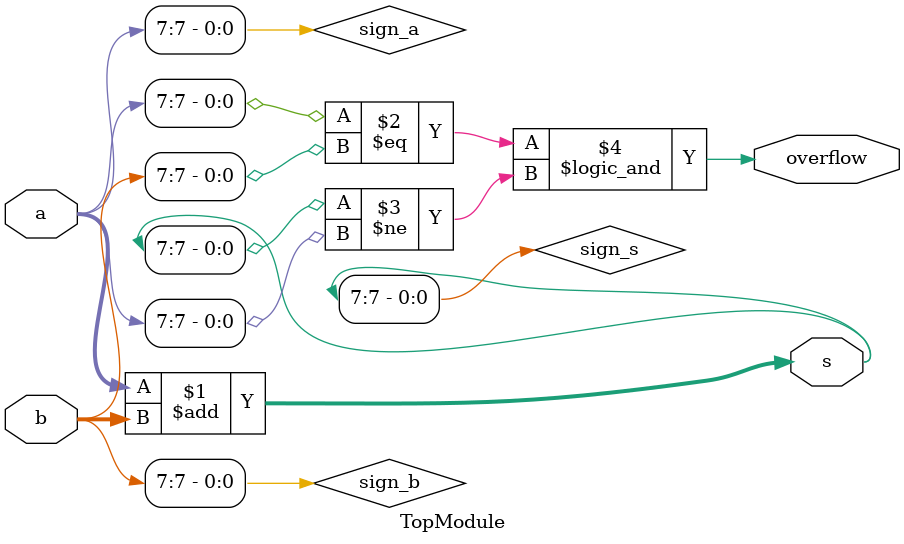
<source format=sv>

module TopModule (
  input [7:0] a,
  input [7:0] b,
  output [7:0] s,
  output overflow
);
  assign s = a + b;
  
  wire sign_a = a[7];
  wire sign_b = b[7];
  wire sign_s = s[7];
  
  assign overflow = (sign_a == sign_b) && (sign_s != sign_a);
  
endmodule

</source>
